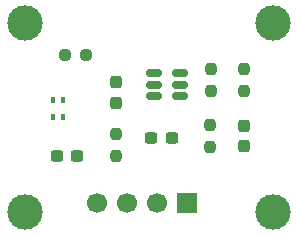
<source format=gbr>
%TF.GenerationSoftware,KiCad,Pcbnew,9.0.6*%
%TF.CreationDate,2026-01-27T12:25:22+08:00*%
%TF.ProjectId,TECHIN514_w26_Lab3,54454348-494e-4353-9134-5f7732365f4c,rev?*%
%TF.SameCoordinates,Original*%
%TF.FileFunction,Soldermask,Top*%
%TF.FilePolarity,Negative*%
%FSLAX46Y46*%
G04 Gerber Fmt 4.6, Leading zero omitted, Abs format (unit mm)*
G04 Created by KiCad (PCBNEW 9.0.6) date 2026-01-27 12:25:22*
%MOMM*%
%LPD*%
G01*
G04 APERTURE LIST*
G04 Aperture macros list*
%AMRoundRect*
0 Rectangle with rounded corners*
0 $1 Rounding radius*
0 $2 $3 $4 $5 $6 $7 $8 $9 X,Y pos of 4 corners*
0 Add a 4 corners polygon primitive as box body*
4,1,4,$2,$3,$4,$5,$6,$7,$8,$9,$2,$3,0*
0 Add four circle primitives for the rounded corners*
1,1,$1+$1,$2,$3*
1,1,$1+$1,$4,$5*
1,1,$1+$1,$6,$7*
1,1,$1+$1,$8,$9*
0 Add four rect primitives between the rounded corners*
20,1,$1+$1,$2,$3,$4,$5,0*
20,1,$1+$1,$4,$5,$6,$7,0*
20,1,$1+$1,$6,$7,$8,$9,0*
20,1,$1+$1,$8,$9,$2,$3,0*%
G04 Aperture macros list end*
%ADD10RoundRect,0.237500X-0.237500X0.250000X-0.237500X-0.250000X0.237500X-0.250000X0.237500X0.250000X0*%
%ADD11RoundRect,0.237500X0.237500X-0.287500X0.237500X0.287500X-0.237500X0.287500X-0.237500X-0.287500X0*%
%ADD12RoundRect,0.237500X0.237500X-0.250000X0.237500X0.250000X-0.237500X0.250000X-0.237500X-0.250000X0*%
%ADD13RoundRect,0.237500X0.300000X0.237500X-0.300000X0.237500X-0.300000X-0.237500X0.300000X-0.237500X0*%
%ADD14R,0.300000X0.500000*%
%ADD15R,1.700000X1.700000*%
%ADD16C,1.700000*%
%ADD17C,3.000000*%
%ADD18RoundRect,0.237500X-0.300000X-0.237500X0.300000X-0.237500X0.300000X0.237500X-0.300000X0.237500X0*%
%ADD19RoundRect,0.237500X0.237500X-0.300000X0.237500X0.300000X-0.237500X0.300000X-0.237500X-0.300000X0*%
%ADD20RoundRect,0.150000X-0.512500X-0.150000X0.512500X-0.150000X0.512500X0.150000X-0.512500X0.150000X0*%
%ADD21RoundRect,0.237500X-0.250000X-0.237500X0.250000X-0.237500X0.250000X0.237500X-0.250000X0.237500X0*%
G04 APERTURE END LIST*
D10*
%TO.C,R5*%
X116125800Y-39158000D03*
X116125800Y-40983000D03*
%TD*%
%TO.C,R1*%
X105268400Y-44673400D03*
X105268400Y-46498400D03*
%TD*%
D11*
%TO.C,D1*%
X116125800Y-45683200D03*
X116125800Y-43933200D03*
%TD*%
D12*
%TO.C,R3*%
X113204800Y-45707400D03*
X113204800Y-43882400D03*
%TD*%
D13*
%TO.C,C1*%
X101993400Y-46498400D03*
X100268400Y-46498400D03*
%TD*%
D14*
%TO.C,U1*%
X100768400Y-41773400D03*
X99968400Y-41773400D03*
X99968400Y-43173400D03*
X100768400Y-43173400D03*
%TD*%
D15*
%TO.C,J1*%
X111268400Y-50498400D03*
D16*
X108728400Y-50498400D03*
X106188400Y-50498400D03*
X103648400Y-50498400D03*
%TD*%
D17*
%TO.C,REF\u002A\u002A*%
X97548400Y-51223200D03*
%TD*%
D18*
%TO.C,C2*%
X108268400Y-44998400D03*
X109993400Y-44998400D03*
%TD*%
D17*
%TO.C,REF\u002A\u002A*%
X118548400Y-51223200D03*
%TD*%
D19*
%TO.C,C3*%
X105268400Y-41998400D03*
X105268400Y-40273400D03*
%TD*%
D20*
%TO.C,U2*%
X108455000Y-39513600D03*
X108455000Y-40463600D03*
X108455000Y-41413600D03*
X110730000Y-41413600D03*
X110730000Y-40463600D03*
X110730000Y-39513600D03*
%TD*%
D17*
%TO.C,REF\u002A\u002A*%
X97548400Y-35223200D03*
%TD*%
D21*
%TO.C,R2*%
X100943400Y-37998400D03*
X102768400Y-37998400D03*
%TD*%
D12*
%TO.C,R4*%
X113281000Y-40983000D03*
X113281000Y-39158000D03*
%TD*%
D17*
%TO.C,REF\u002A\u002A*%
X118548400Y-35223200D03*
%TD*%
M02*

</source>
